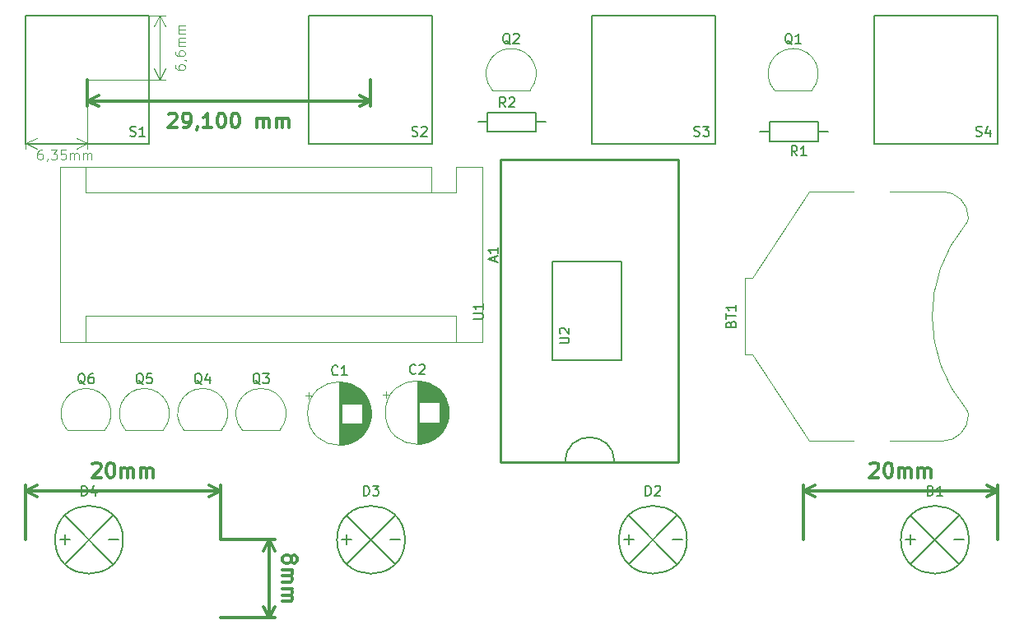
<source format=gto>
G04 #@! TF.GenerationSoftware,KiCad,Pcbnew,5.0.2-bee76a0~70~ubuntu18.04.1*
G04 #@! TF.CreationDate,2019-01-27T14:50:32+01:00*
G04 #@! TF.ProjectId,magic-switchboard,6d616769-632d-4737-9769-746368626f61,v3*
G04 #@! TF.SameCoordinates,Original*
G04 #@! TF.FileFunction,Legend,Top*
G04 #@! TF.FilePolarity,Positive*
%FSLAX46Y46*%
G04 Gerber Fmt 4.6, Leading zero omitted, Abs format (unit mm)*
G04 Created by KiCad (PCBNEW 5.0.2-bee76a0~70~ubuntu18.04.1) date So 27 Jan 2019 14:50:32 CET*
%MOMM*%
%LPD*%
G01*
G04 APERTURE LIST*
%ADD10C,0.300000*%
%ADD11C,0.100000*%
%ADD12C,0.120000*%
%ADD13C,0.127000*%
%ADD14C,0.254000*%
%ADD15C,0.150000*%
G04 APERTURE END LIST*
D10*
X104685714Y-90221428D02*
X104757142Y-90150000D01*
X104900000Y-90078571D01*
X105257142Y-90078571D01*
X105400000Y-90150000D01*
X105471428Y-90221428D01*
X105542857Y-90364285D01*
X105542857Y-90507142D01*
X105471428Y-90721428D01*
X104614285Y-91578571D01*
X105542857Y-91578571D01*
X106257142Y-91578571D02*
X106542857Y-91578571D01*
X106685714Y-91507142D01*
X106757142Y-91435714D01*
X106900000Y-91221428D01*
X106971428Y-90935714D01*
X106971428Y-90364285D01*
X106900000Y-90221428D01*
X106828571Y-90150000D01*
X106685714Y-90078571D01*
X106400000Y-90078571D01*
X106257142Y-90150000D01*
X106185714Y-90221428D01*
X106114285Y-90364285D01*
X106114285Y-90721428D01*
X106185714Y-90864285D01*
X106257142Y-90935714D01*
X106400000Y-91007142D01*
X106685714Y-91007142D01*
X106828571Y-90935714D01*
X106900000Y-90864285D01*
X106971428Y-90721428D01*
X107685714Y-91507142D02*
X107685714Y-91578571D01*
X107614285Y-91721428D01*
X107542857Y-91792857D01*
X109114285Y-91578571D02*
X108257142Y-91578571D01*
X108685714Y-91578571D02*
X108685714Y-90078571D01*
X108542857Y-90292857D01*
X108400000Y-90435714D01*
X108257142Y-90507142D01*
X110042857Y-90078571D02*
X110185714Y-90078571D01*
X110328571Y-90150000D01*
X110400000Y-90221428D01*
X110471428Y-90364285D01*
X110542857Y-90650000D01*
X110542857Y-91007142D01*
X110471428Y-91292857D01*
X110400000Y-91435714D01*
X110328571Y-91507142D01*
X110185714Y-91578571D01*
X110042857Y-91578571D01*
X109900000Y-91507142D01*
X109828571Y-91435714D01*
X109757142Y-91292857D01*
X109685714Y-91007142D01*
X109685714Y-90650000D01*
X109757142Y-90364285D01*
X109828571Y-90221428D01*
X109900000Y-90150000D01*
X110042857Y-90078571D01*
X111471428Y-90078571D02*
X111614285Y-90078571D01*
X111757142Y-90150000D01*
X111828571Y-90221428D01*
X111900000Y-90364285D01*
X111971428Y-90650000D01*
X111971428Y-91007142D01*
X111900000Y-91292857D01*
X111828571Y-91435714D01*
X111757142Y-91507142D01*
X111614285Y-91578571D01*
X111471428Y-91578571D01*
X111328571Y-91507142D01*
X111257142Y-91435714D01*
X111185714Y-91292857D01*
X111114285Y-91007142D01*
X111114285Y-90650000D01*
X111185714Y-90364285D01*
X111257142Y-90221428D01*
X111328571Y-90150000D01*
X111471428Y-90078571D01*
X113757142Y-91578571D02*
X113757142Y-90578571D01*
X113757142Y-90721428D02*
X113828571Y-90650000D01*
X113971428Y-90578571D01*
X114185714Y-90578571D01*
X114328571Y-90650000D01*
X114400000Y-90792857D01*
X114400000Y-91578571D01*
X114400000Y-90792857D02*
X114471428Y-90650000D01*
X114614285Y-90578571D01*
X114828571Y-90578571D01*
X114971428Y-90650000D01*
X115042857Y-90792857D01*
X115042857Y-91578571D01*
X115757142Y-91578571D02*
X115757142Y-90578571D01*
X115757142Y-90721428D02*
X115828571Y-90650000D01*
X115971428Y-90578571D01*
X116185714Y-90578571D01*
X116328571Y-90650000D01*
X116400000Y-90792857D01*
X116400000Y-91578571D01*
X116400000Y-90792857D02*
X116471428Y-90650000D01*
X116614285Y-90578571D01*
X116828571Y-90578571D01*
X116971428Y-90650000D01*
X117042857Y-90792857D01*
X117042857Y-91578571D01*
X96350000Y-88800000D02*
X125450000Y-88800000D01*
X96350000Y-86600000D02*
X96350000Y-89386421D01*
X125450000Y-86600000D02*
X125450000Y-89386421D01*
X125450000Y-88800000D02*
X124323496Y-89386421D01*
X125450000Y-88800000D02*
X124323496Y-88213579D01*
X96350000Y-88800000D02*
X97476504Y-89386421D01*
X96350000Y-88800000D02*
X97476504Y-88213579D01*
D11*
X105352380Y-85157142D02*
X105352380Y-85347619D01*
X105400000Y-85442857D01*
X105447619Y-85490476D01*
X105590476Y-85585714D01*
X105780952Y-85633333D01*
X106161904Y-85633333D01*
X106257142Y-85585714D01*
X106304761Y-85538095D01*
X106352380Y-85442857D01*
X106352380Y-85252380D01*
X106304761Y-85157142D01*
X106257142Y-85109523D01*
X106161904Y-85061904D01*
X105923809Y-85061904D01*
X105828571Y-85109523D01*
X105780952Y-85157142D01*
X105733333Y-85252380D01*
X105733333Y-85442857D01*
X105780952Y-85538095D01*
X105828571Y-85585714D01*
X105923809Y-85633333D01*
X106304761Y-84585714D02*
X106352380Y-84585714D01*
X106447619Y-84633333D01*
X106495238Y-84680952D01*
X105352380Y-83728571D02*
X105352380Y-83919047D01*
X105400000Y-84014285D01*
X105447619Y-84061904D01*
X105590476Y-84157142D01*
X105780952Y-84204761D01*
X106161904Y-84204761D01*
X106257142Y-84157142D01*
X106304761Y-84109523D01*
X106352380Y-84014285D01*
X106352380Y-83823809D01*
X106304761Y-83728571D01*
X106257142Y-83680952D01*
X106161904Y-83633333D01*
X105923809Y-83633333D01*
X105828571Y-83680952D01*
X105780952Y-83728571D01*
X105733333Y-83823809D01*
X105733333Y-84014285D01*
X105780952Y-84109523D01*
X105828571Y-84157142D01*
X105923809Y-84204761D01*
X106352380Y-83204761D02*
X105685714Y-83204761D01*
X105780952Y-83204761D02*
X105733333Y-83157142D01*
X105685714Y-83061904D01*
X105685714Y-82919047D01*
X105733333Y-82823809D01*
X105828571Y-82776190D01*
X106352380Y-82776190D01*
X105828571Y-82776190D02*
X105733333Y-82728571D01*
X105685714Y-82633333D01*
X105685714Y-82490476D01*
X105733333Y-82395238D01*
X105828571Y-82347619D01*
X106352380Y-82347619D01*
X106352380Y-81871428D02*
X105685714Y-81871428D01*
X105780952Y-81871428D02*
X105733333Y-81823809D01*
X105685714Y-81728571D01*
X105685714Y-81585714D01*
X105733333Y-81490476D01*
X105828571Y-81442857D01*
X106352380Y-81442857D01*
X105828571Y-81442857D02*
X105733333Y-81395238D01*
X105685714Y-81300000D01*
X105685714Y-81157142D01*
X105733333Y-81061904D01*
X105828571Y-81014285D01*
X106352380Y-81014285D01*
X103800000Y-86600000D02*
X103800000Y-80000000D01*
X96350000Y-86600000D02*
X104386421Y-86600000D01*
X96350000Y-80000000D02*
X104386421Y-80000000D01*
X103800000Y-80000000D02*
X104386421Y-81126504D01*
X103800000Y-80000000D02*
X103213579Y-81126504D01*
X103800000Y-86600000D02*
X104386421Y-85473496D01*
X103800000Y-86600000D02*
X103213579Y-85473496D01*
X91666666Y-93852380D02*
X91476190Y-93852380D01*
X91380952Y-93900000D01*
X91333333Y-93947619D01*
X91238095Y-94090476D01*
X91190476Y-94280952D01*
X91190476Y-94661904D01*
X91238095Y-94757142D01*
X91285714Y-94804761D01*
X91380952Y-94852380D01*
X91571428Y-94852380D01*
X91666666Y-94804761D01*
X91714285Y-94757142D01*
X91761904Y-94661904D01*
X91761904Y-94423809D01*
X91714285Y-94328571D01*
X91666666Y-94280952D01*
X91571428Y-94233333D01*
X91380952Y-94233333D01*
X91285714Y-94280952D01*
X91238095Y-94328571D01*
X91190476Y-94423809D01*
X92238095Y-94804761D02*
X92238095Y-94852380D01*
X92190476Y-94947619D01*
X92142857Y-94995238D01*
X92571428Y-93852380D02*
X93190476Y-93852380D01*
X92857142Y-94233333D01*
X93000000Y-94233333D01*
X93095238Y-94280952D01*
X93142857Y-94328571D01*
X93190476Y-94423809D01*
X93190476Y-94661904D01*
X93142857Y-94757142D01*
X93095238Y-94804761D01*
X93000000Y-94852380D01*
X92714285Y-94852380D01*
X92619047Y-94804761D01*
X92571428Y-94757142D01*
X94095238Y-93852380D02*
X93619047Y-93852380D01*
X93571428Y-94328571D01*
X93619047Y-94280952D01*
X93714285Y-94233333D01*
X93952380Y-94233333D01*
X94047619Y-94280952D01*
X94095238Y-94328571D01*
X94142857Y-94423809D01*
X94142857Y-94661904D01*
X94095238Y-94757142D01*
X94047619Y-94804761D01*
X93952380Y-94852380D01*
X93714285Y-94852380D01*
X93619047Y-94804761D01*
X93571428Y-94757142D01*
X94571428Y-94852380D02*
X94571428Y-94185714D01*
X94571428Y-94280952D02*
X94619047Y-94233333D01*
X94714285Y-94185714D01*
X94857142Y-94185714D01*
X94952380Y-94233333D01*
X95000000Y-94328571D01*
X95000000Y-94852380D01*
X95000000Y-94328571D02*
X95047619Y-94233333D01*
X95142857Y-94185714D01*
X95285714Y-94185714D01*
X95380952Y-94233333D01*
X95428571Y-94328571D01*
X95428571Y-94852380D01*
X95904761Y-94852380D02*
X95904761Y-94185714D01*
X95904761Y-94280952D02*
X95952380Y-94233333D01*
X96047619Y-94185714D01*
X96190476Y-94185714D01*
X96285714Y-94233333D01*
X96333333Y-94328571D01*
X96333333Y-94852380D01*
X96333333Y-94328571D02*
X96380952Y-94233333D01*
X96476190Y-94185714D01*
X96619047Y-94185714D01*
X96714285Y-94233333D01*
X96761904Y-94328571D01*
X96761904Y-94852380D01*
X96350000Y-93200000D02*
X90000000Y-93200000D01*
X96350000Y-86600000D02*
X96350000Y-93786421D01*
X90000000Y-86600000D02*
X90000000Y-93786421D01*
X90000000Y-93200000D02*
X91126504Y-92613579D01*
X90000000Y-93200000D02*
X91126504Y-93786421D01*
X96350000Y-93200000D02*
X95223496Y-92613579D01*
X96350000Y-93200000D02*
X95223496Y-93786421D01*
D10*
X117278571Y-135857142D02*
X117350000Y-135714285D01*
X117421428Y-135642857D01*
X117564285Y-135571428D01*
X117635714Y-135571428D01*
X117778571Y-135642857D01*
X117850000Y-135714285D01*
X117921428Y-135857142D01*
X117921428Y-136142857D01*
X117850000Y-136285714D01*
X117778571Y-136357142D01*
X117635714Y-136428571D01*
X117564285Y-136428571D01*
X117421428Y-136357142D01*
X117350000Y-136285714D01*
X117278571Y-136142857D01*
X117278571Y-135857142D01*
X117207142Y-135714285D01*
X117135714Y-135642857D01*
X116992857Y-135571428D01*
X116707142Y-135571428D01*
X116564285Y-135642857D01*
X116492857Y-135714285D01*
X116421428Y-135857142D01*
X116421428Y-136142857D01*
X116492857Y-136285714D01*
X116564285Y-136357142D01*
X116707142Y-136428571D01*
X116992857Y-136428571D01*
X117135714Y-136357142D01*
X117207142Y-136285714D01*
X117278571Y-136142857D01*
X116421428Y-137071428D02*
X117421428Y-137071428D01*
X117278571Y-137071428D02*
X117350000Y-137142857D01*
X117421428Y-137285714D01*
X117421428Y-137500000D01*
X117350000Y-137642857D01*
X117207142Y-137714285D01*
X116421428Y-137714285D01*
X117207142Y-137714285D02*
X117350000Y-137785714D01*
X117421428Y-137928571D01*
X117421428Y-138142857D01*
X117350000Y-138285714D01*
X117207142Y-138357142D01*
X116421428Y-138357142D01*
X116421428Y-139071428D02*
X117421428Y-139071428D01*
X117278571Y-139071428D02*
X117350000Y-139142857D01*
X117421428Y-139285714D01*
X117421428Y-139500000D01*
X117350000Y-139642857D01*
X117207142Y-139714285D01*
X116421428Y-139714285D01*
X117207142Y-139714285D02*
X117350000Y-139785714D01*
X117421428Y-139928571D01*
X117421428Y-140142857D01*
X117350000Y-140285714D01*
X117207142Y-140357142D01*
X116421428Y-140357142D01*
X115000000Y-134000000D02*
X115000000Y-142000000D01*
X110000000Y-134000000D02*
X115586421Y-134000000D01*
X110000000Y-142000000D02*
X115586421Y-142000000D01*
X115000000Y-142000000D02*
X114413579Y-140873496D01*
X115000000Y-142000000D02*
X115586421Y-140873496D01*
X115000000Y-134000000D02*
X114413579Y-135126504D01*
X115000000Y-134000000D02*
X115586421Y-135126504D01*
X96857142Y-126221428D02*
X96928571Y-126150000D01*
X97071428Y-126078571D01*
X97428571Y-126078571D01*
X97571428Y-126150000D01*
X97642857Y-126221428D01*
X97714285Y-126364285D01*
X97714285Y-126507142D01*
X97642857Y-126721428D01*
X96785714Y-127578571D01*
X97714285Y-127578571D01*
X98642857Y-126078571D02*
X98785714Y-126078571D01*
X98928571Y-126150000D01*
X99000000Y-126221428D01*
X99071428Y-126364285D01*
X99142857Y-126650000D01*
X99142857Y-127007142D01*
X99071428Y-127292857D01*
X99000000Y-127435714D01*
X98928571Y-127507142D01*
X98785714Y-127578571D01*
X98642857Y-127578571D01*
X98500000Y-127507142D01*
X98428571Y-127435714D01*
X98357142Y-127292857D01*
X98285714Y-127007142D01*
X98285714Y-126650000D01*
X98357142Y-126364285D01*
X98428571Y-126221428D01*
X98500000Y-126150000D01*
X98642857Y-126078571D01*
X99785714Y-127578571D02*
X99785714Y-126578571D01*
X99785714Y-126721428D02*
X99857142Y-126650000D01*
X100000000Y-126578571D01*
X100214285Y-126578571D01*
X100357142Y-126650000D01*
X100428571Y-126792857D01*
X100428571Y-127578571D01*
X100428571Y-126792857D02*
X100500000Y-126650000D01*
X100642857Y-126578571D01*
X100857142Y-126578571D01*
X101000000Y-126650000D01*
X101071428Y-126792857D01*
X101071428Y-127578571D01*
X101785714Y-127578571D02*
X101785714Y-126578571D01*
X101785714Y-126721428D02*
X101857142Y-126650000D01*
X102000000Y-126578571D01*
X102214285Y-126578571D01*
X102357142Y-126650000D01*
X102428571Y-126792857D01*
X102428571Y-127578571D01*
X102428571Y-126792857D02*
X102500000Y-126650000D01*
X102642857Y-126578571D01*
X102857142Y-126578571D01*
X103000000Y-126650000D01*
X103071428Y-126792857D01*
X103071428Y-127578571D01*
X110000000Y-129000000D02*
X90000000Y-129000000D01*
X110000000Y-134000000D02*
X110000000Y-128413579D01*
X90000000Y-134000000D02*
X90000000Y-128413579D01*
X90000000Y-129000000D02*
X91126504Y-128413579D01*
X90000000Y-129000000D02*
X91126504Y-129586421D01*
X110000000Y-129000000D02*
X108873496Y-128413579D01*
X110000000Y-129000000D02*
X108873496Y-129586421D01*
X176857142Y-126221428D02*
X176928571Y-126150000D01*
X177071428Y-126078571D01*
X177428571Y-126078571D01*
X177571428Y-126150000D01*
X177642857Y-126221428D01*
X177714285Y-126364285D01*
X177714285Y-126507142D01*
X177642857Y-126721428D01*
X176785714Y-127578571D01*
X177714285Y-127578571D01*
X178642857Y-126078571D02*
X178785714Y-126078571D01*
X178928571Y-126150000D01*
X179000000Y-126221428D01*
X179071428Y-126364285D01*
X179142857Y-126650000D01*
X179142857Y-127007142D01*
X179071428Y-127292857D01*
X179000000Y-127435714D01*
X178928571Y-127507142D01*
X178785714Y-127578571D01*
X178642857Y-127578571D01*
X178500000Y-127507142D01*
X178428571Y-127435714D01*
X178357142Y-127292857D01*
X178285714Y-127007142D01*
X178285714Y-126650000D01*
X178357142Y-126364285D01*
X178428571Y-126221428D01*
X178500000Y-126150000D01*
X178642857Y-126078571D01*
X179785714Y-127578571D02*
X179785714Y-126578571D01*
X179785714Y-126721428D02*
X179857142Y-126650000D01*
X180000000Y-126578571D01*
X180214285Y-126578571D01*
X180357142Y-126650000D01*
X180428571Y-126792857D01*
X180428571Y-127578571D01*
X180428571Y-126792857D02*
X180500000Y-126650000D01*
X180642857Y-126578571D01*
X180857142Y-126578571D01*
X181000000Y-126650000D01*
X181071428Y-126792857D01*
X181071428Y-127578571D01*
X181785714Y-127578571D02*
X181785714Y-126578571D01*
X181785714Y-126721428D02*
X181857142Y-126650000D01*
X182000000Y-126578571D01*
X182214285Y-126578571D01*
X182357142Y-126650000D01*
X182428571Y-126792857D01*
X182428571Y-127578571D01*
X182428571Y-126792857D02*
X182500000Y-126650000D01*
X182642857Y-126578571D01*
X182857142Y-126578571D01*
X183000000Y-126650000D01*
X183071428Y-126792857D01*
X183071428Y-127578571D01*
X170000000Y-129000000D02*
X190000000Y-129000000D01*
X170000000Y-134000000D02*
X170000000Y-128413579D01*
X190000000Y-134000000D02*
X190000000Y-128413579D01*
X190000000Y-129000000D02*
X188873496Y-129586421D01*
X190000000Y-129000000D02*
X188873496Y-128413579D01*
X170000000Y-129000000D02*
X171126504Y-129586421D01*
X170000000Y-129000000D02*
X171126504Y-128413579D01*
D12*
G04 #@! TO.C,BT1*
X164750000Y-114950000D02*
X170600000Y-123850000D01*
X163950000Y-114950000D02*
X164750000Y-114950000D01*
X163950000Y-114950000D02*
X163950000Y-107050000D01*
X163950000Y-107050000D02*
X164750000Y-107050000D01*
X164750000Y-107050000D02*
X170600000Y-98150000D01*
X170600000Y-123850000D02*
X175100000Y-123850000D01*
X170600000Y-98150000D02*
X175100000Y-98150000D01*
X178900000Y-123850000D02*
X184300000Y-123850000D01*
X178900000Y-98150000D02*
X184300000Y-98150000D01*
X184250000Y-98150000D02*
G75*
G02X186950000Y-100850000I0J-2700000D01*
G01*
X184250000Y-123850000D02*
G75*
G03X186950000Y-121150000I0J2700000D01*
G01*
X186671751Y-120478249D02*
G75*
G02X186950000Y-121150000I-671751J-671751D01*
G01*
X186671751Y-101521751D02*
G75*
G03X186950000Y-100850000I-671751J671751D01*
G01*
X186638071Y-101559556D02*
G75*
G03X186730000Y-120550000I11361929J-9440444D01*
G01*
D13*
G04 #@! TO.C,U1*
X145460000Y-125994000D02*
G75*
G02X150540000Y-125994000I2540000J0D01*
G01*
D14*
X157144000Y-94879000D02*
X138856000Y-94879000D01*
X157144000Y-125994000D02*
X138856000Y-125994000D01*
X157144000Y-94879000D02*
X157144000Y-125994000D01*
X138856000Y-94879000D02*
X138856000Y-125994000D01*
D13*
G04 #@! TO.C,D1*
X186500000Y-134000000D02*
X185500000Y-134000000D01*
X180500000Y-134000000D02*
X181500000Y-134000000D01*
X181000000Y-133500000D02*
X181000000Y-134500000D01*
X185974874Y-136474874D02*
X181025126Y-131525126D01*
X185974874Y-131525126D02*
X181025126Y-136474874D01*
X187000000Y-134000000D02*
G75*
G03X187000000Y-134000000I-3500000J0D01*
G01*
G04 #@! TO.C,D2*
X157500000Y-134000000D02*
X156500000Y-134000000D01*
X151500000Y-134000000D02*
X152500000Y-134000000D01*
X152000000Y-133500000D02*
X152000000Y-134500000D01*
X156974874Y-136474874D02*
X152025126Y-131525126D01*
X156974874Y-131525126D02*
X152025126Y-136474874D01*
X158000000Y-134000000D02*
G75*
G03X158000000Y-134000000I-3500000J0D01*
G01*
G04 #@! TO.C,D3*
X128500000Y-134000000D02*
X127500000Y-134000000D01*
X122500000Y-134000000D02*
X123500000Y-134000000D01*
X123000000Y-133500000D02*
X123000000Y-134500000D01*
X127974874Y-136474874D02*
X123025126Y-131525126D01*
X127974874Y-131525126D02*
X123025126Y-136474874D01*
X129000000Y-134000000D02*
G75*
G03X129000000Y-134000000I-3500000J0D01*
G01*
G04 #@! TO.C,D4*
X99500000Y-134000000D02*
X98500000Y-134000000D01*
X93500000Y-134000000D02*
X94500000Y-134000000D01*
X94000000Y-133500000D02*
X94000000Y-134500000D01*
X98974874Y-136474874D02*
X94025126Y-131525126D01*
X98974874Y-131525126D02*
X94025126Y-136474874D01*
X100000000Y-134000000D02*
G75*
G03X100000000Y-134000000I-3500000J0D01*
G01*
D12*
G04 #@! TO.C,A1*
X136940000Y-113640000D02*
X136940000Y-95600000D01*
X93500000Y-113640000D02*
X136940000Y-113640000D01*
X93500000Y-95600000D02*
X93500000Y-113640000D01*
X96170000Y-98270000D02*
X96170000Y-95600000D01*
X131730000Y-98270000D02*
X96170000Y-98270000D01*
X131730000Y-98270000D02*
X131730000Y-95600000D01*
X96170000Y-110970000D02*
X96170000Y-113640000D01*
X134270000Y-110970000D02*
X96170000Y-110970000D01*
X134270000Y-110970000D02*
X134270000Y-113640000D01*
X136940000Y-95600000D02*
X134270000Y-95600000D01*
X131730000Y-95600000D02*
X93500000Y-95600000D01*
X134270000Y-98270000D02*
X134270000Y-95600000D01*
X131730000Y-98270000D02*
X134270000Y-98270000D01*
G04 #@! TO.C,C1*
X119064759Y-118846000D02*
X119064759Y-119476000D01*
X118749759Y-119161000D02*
X119379759Y-119161000D01*
X125491000Y-120598000D02*
X125491000Y-121402000D01*
X125451000Y-120367000D02*
X125451000Y-121633000D01*
X125411000Y-120198000D02*
X125411000Y-121802000D01*
X125371000Y-120060000D02*
X125371000Y-121940000D01*
X125331000Y-119941000D02*
X125331000Y-122059000D01*
X125291000Y-119835000D02*
X125291000Y-122165000D01*
X125251000Y-119738000D02*
X125251000Y-122262000D01*
X125211000Y-119650000D02*
X125211000Y-122350000D01*
X125171000Y-119568000D02*
X125171000Y-122432000D01*
X125131000Y-119491000D02*
X125131000Y-122509000D01*
X125091000Y-119419000D02*
X125091000Y-122581000D01*
X125051000Y-119350000D02*
X125051000Y-122650000D01*
X125011000Y-119286000D02*
X125011000Y-122714000D01*
X124971000Y-119224000D02*
X124971000Y-122776000D01*
X124931000Y-119166000D02*
X124931000Y-122834000D01*
X124891000Y-119110000D02*
X124891000Y-122890000D01*
X124851000Y-119056000D02*
X124851000Y-122944000D01*
X124811000Y-119005000D02*
X124811000Y-122995000D01*
X124771000Y-118956000D02*
X124771000Y-123044000D01*
X124731000Y-118908000D02*
X124731000Y-123092000D01*
X124691000Y-118863000D02*
X124691000Y-123137000D01*
X124651000Y-118818000D02*
X124651000Y-123182000D01*
X124611000Y-118776000D02*
X124611000Y-123224000D01*
X124571000Y-118735000D02*
X124571000Y-123265000D01*
X124531000Y-122040000D02*
X124531000Y-123305000D01*
X124531000Y-118695000D02*
X124531000Y-119960000D01*
X124491000Y-122040000D02*
X124491000Y-123343000D01*
X124491000Y-118657000D02*
X124491000Y-119960000D01*
X124451000Y-122040000D02*
X124451000Y-123380000D01*
X124451000Y-118620000D02*
X124451000Y-119960000D01*
X124411000Y-122040000D02*
X124411000Y-123416000D01*
X124411000Y-118584000D02*
X124411000Y-119960000D01*
X124371000Y-122040000D02*
X124371000Y-123450000D01*
X124371000Y-118550000D02*
X124371000Y-119960000D01*
X124331000Y-122040000D02*
X124331000Y-123484000D01*
X124331000Y-118516000D02*
X124331000Y-119960000D01*
X124291000Y-122040000D02*
X124291000Y-123516000D01*
X124291000Y-118484000D02*
X124291000Y-119960000D01*
X124251000Y-122040000D02*
X124251000Y-123548000D01*
X124251000Y-118452000D02*
X124251000Y-119960000D01*
X124211000Y-122040000D02*
X124211000Y-123578000D01*
X124211000Y-118422000D02*
X124211000Y-119960000D01*
X124171000Y-122040000D02*
X124171000Y-123607000D01*
X124171000Y-118393000D02*
X124171000Y-119960000D01*
X124131000Y-122040000D02*
X124131000Y-123636000D01*
X124131000Y-118364000D02*
X124131000Y-119960000D01*
X124091000Y-122040000D02*
X124091000Y-123664000D01*
X124091000Y-118336000D02*
X124091000Y-119960000D01*
X124051000Y-122040000D02*
X124051000Y-123690000D01*
X124051000Y-118310000D02*
X124051000Y-119960000D01*
X124011000Y-122040000D02*
X124011000Y-123716000D01*
X124011000Y-118284000D02*
X124011000Y-119960000D01*
X123971000Y-122040000D02*
X123971000Y-123742000D01*
X123971000Y-118258000D02*
X123971000Y-119960000D01*
X123931000Y-122040000D02*
X123931000Y-123766000D01*
X123931000Y-118234000D02*
X123931000Y-119960000D01*
X123891000Y-122040000D02*
X123891000Y-123790000D01*
X123891000Y-118210000D02*
X123891000Y-119960000D01*
X123851000Y-122040000D02*
X123851000Y-123812000D01*
X123851000Y-118188000D02*
X123851000Y-119960000D01*
X123811000Y-122040000D02*
X123811000Y-123834000D01*
X123811000Y-118166000D02*
X123811000Y-119960000D01*
X123771000Y-122040000D02*
X123771000Y-123856000D01*
X123771000Y-118144000D02*
X123771000Y-119960000D01*
X123731000Y-122040000D02*
X123731000Y-123876000D01*
X123731000Y-118124000D02*
X123731000Y-119960000D01*
X123691000Y-122040000D02*
X123691000Y-123896000D01*
X123691000Y-118104000D02*
X123691000Y-119960000D01*
X123651000Y-122040000D02*
X123651000Y-123916000D01*
X123651000Y-118084000D02*
X123651000Y-119960000D01*
X123611000Y-122040000D02*
X123611000Y-123934000D01*
X123611000Y-118066000D02*
X123611000Y-119960000D01*
X123571000Y-122040000D02*
X123571000Y-123952000D01*
X123571000Y-118048000D02*
X123571000Y-119960000D01*
X123531000Y-122040000D02*
X123531000Y-123970000D01*
X123531000Y-118030000D02*
X123531000Y-119960000D01*
X123491000Y-122040000D02*
X123491000Y-123986000D01*
X123491000Y-118014000D02*
X123491000Y-119960000D01*
X123451000Y-122040000D02*
X123451000Y-124002000D01*
X123451000Y-117998000D02*
X123451000Y-119960000D01*
X123411000Y-122040000D02*
X123411000Y-124018000D01*
X123411000Y-117982000D02*
X123411000Y-119960000D01*
X123371000Y-122040000D02*
X123371000Y-124033000D01*
X123371000Y-117967000D02*
X123371000Y-119960000D01*
X123331000Y-122040000D02*
X123331000Y-124047000D01*
X123331000Y-117953000D02*
X123331000Y-119960000D01*
X123291000Y-122040000D02*
X123291000Y-124061000D01*
X123291000Y-117939000D02*
X123291000Y-119960000D01*
X123251000Y-122040000D02*
X123251000Y-124074000D01*
X123251000Y-117926000D02*
X123251000Y-119960000D01*
X123211000Y-122040000D02*
X123211000Y-124086000D01*
X123211000Y-117914000D02*
X123211000Y-119960000D01*
X123171000Y-122040000D02*
X123171000Y-124098000D01*
X123171000Y-117902000D02*
X123171000Y-119960000D01*
X123131000Y-122040000D02*
X123131000Y-124110000D01*
X123131000Y-117890000D02*
X123131000Y-119960000D01*
X123091000Y-122040000D02*
X123091000Y-124121000D01*
X123091000Y-117879000D02*
X123091000Y-119960000D01*
X123051000Y-122040000D02*
X123051000Y-124131000D01*
X123051000Y-117869000D02*
X123051000Y-119960000D01*
X123011000Y-122040000D02*
X123011000Y-124141000D01*
X123011000Y-117859000D02*
X123011000Y-119960000D01*
X122971000Y-122040000D02*
X122971000Y-124150000D01*
X122971000Y-117850000D02*
X122971000Y-119960000D01*
X122930000Y-122040000D02*
X122930000Y-124159000D01*
X122930000Y-117841000D02*
X122930000Y-119960000D01*
X122890000Y-122040000D02*
X122890000Y-124167000D01*
X122890000Y-117833000D02*
X122890000Y-119960000D01*
X122850000Y-122040000D02*
X122850000Y-124175000D01*
X122850000Y-117825000D02*
X122850000Y-119960000D01*
X122810000Y-122040000D02*
X122810000Y-124182000D01*
X122810000Y-117818000D02*
X122810000Y-119960000D01*
X122770000Y-122040000D02*
X122770000Y-124189000D01*
X122770000Y-117811000D02*
X122770000Y-119960000D01*
X122730000Y-122040000D02*
X122730000Y-124195000D01*
X122730000Y-117805000D02*
X122730000Y-119960000D01*
X122690000Y-122040000D02*
X122690000Y-124201000D01*
X122690000Y-117799000D02*
X122690000Y-119960000D01*
X122650000Y-122040000D02*
X122650000Y-124206000D01*
X122650000Y-117794000D02*
X122650000Y-119960000D01*
X122610000Y-122040000D02*
X122610000Y-124211000D01*
X122610000Y-117789000D02*
X122610000Y-119960000D01*
X122570000Y-122040000D02*
X122570000Y-124215000D01*
X122570000Y-117785000D02*
X122570000Y-119960000D01*
X122530000Y-122040000D02*
X122530000Y-124218000D01*
X122530000Y-117782000D02*
X122530000Y-119960000D01*
X122490000Y-122040000D02*
X122490000Y-124222000D01*
X122490000Y-117778000D02*
X122490000Y-119960000D01*
X122450000Y-117776000D02*
X122450000Y-124224000D01*
X122410000Y-117773000D02*
X122410000Y-124227000D01*
X122370000Y-117772000D02*
X122370000Y-124228000D01*
X122330000Y-117770000D02*
X122330000Y-124230000D01*
X122290000Y-117770000D02*
X122290000Y-124230000D01*
X122250000Y-117770000D02*
X122250000Y-124230000D01*
X125520000Y-121000000D02*
G75*
G03X125520000Y-121000000I-3270000J0D01*
G01*
G04 #@! TO.C,C2*
X127064759Y-118746000D02*
X127064759Y-119376000D01*
X126749759Y-119061000D02*
X127379759Y-119061000D01*
X133491000Y-120498000D02*
X133491000Y-121302000D01*
X133451000Y-120267000D02*
X133451000Y-121533000D01*
X133411000Y-120098000D02*
X133411000Y-121702000D01*
X133371000Y-119960000D02*
X133371000Y-121840000D01*
X133331000Y-119841000D02*
X133331000Y-121959000D01*
X133291000Y-119735000D02*
X133291000Y-122065000D01*
X133251000Y-119638000D02*
X133251000Y-122162000D01*
X133211000Y-119550000D02*
X133211000Y-122250000D01*
X133171000Y-119468000D02*
X133171000Y-122332000D01*
X133131000Y-119391000D02*
X133131000Y-122409000D01*
X133091000Y-119319000D02*
X133091000Y-122481000D01*
X133051000Y-119250000D02*
X133051000Y-122550000D01*
X133011000Y-119186000D02*
X133011000Y-122614000D01*
X132971000Y-119124000D02*
X132971000Y-122676000D01*
X132931000Y-119066000D02*
X132931000Y-122734000D01*
X132891000Y-119010000D02*
X132891000Y-122790000D01*
X132851000Y-118956000D02*
X132851000Y-122844000D01*
X132811000Y-118905000D02*
X132811000Y-122895000D01*
X132771000Y-118856000D02*
X132771000Y-122944000D01*
X132731000Y-118808000D02*
X132731000Y-122992000D01*
X132691000Y-118763000D02*
X132691000Y-123037000D01*
X132651000Y-118718000D02*
X132651000Y-123082000D01*
X132611000Y-118676000D02*
X132611000Y-123124000D01*
X132571000Y-118635000D02*
X132571000Y-123165000D01*
X132531000Y-121940000D02*
X132531000Y-123205000D01*
X132531000Y-118595000D02*
X132531000Y-119860000D01*
X132491000Y-121940000D02*
X132491000Y-123243000D01*
X132491000Y-118557000D02*
X132491000Y-119860000D01*
X132451000Y-121940000D02*
X132451000Y-123280000D01*
X132451000Y-118520000D02*
X132451000Y-119860000D01*
X132411000Y-121940000D02*
X132411000Y-123316000D01*
X132411000Y-118484000D02*
X132411000Y-119860000D01*
X132371000Y-121940000D02*
X132371000Y-123350000D01*
X132371000Y-118450000D02*
X132371000Y-119860000D01*
X132331000Y-121940000D02*
X132331000Y-123384000D01*
X132331000Y-118416000D02*
X132331000Y-119860000D01*
X132291000Y-121940000D02*
X132291000Y-123416000D01*
X132291000Y-118384000D02*
X132291000Y-119860000D01*
X132251000Y-121940000D02*
X132251000Y-123448000D01*
X132251000Y-118352000D02*
X132251000Y-119860000D01*
X132211000Y-121940000D02*
X132211000Y-123478000D01*
X132211000Y-118322000D02*
X132211000Y-119860000D01*
X132171000Y-121940000D02*
X132171000Y-123507000D01*
X132171000Y-118293000D02*
X132171000Y-119860000D01*
X132131000Y-121940000D02*
X132131000Y-123536000D01*
X132131000Y-118264000D02*
X132131000Y-119860000D01*
X132091000Y-121940000D02*
X132091000Y-123564000D01*
X132091000Y-118236000D02*
X132091000Y-119860000D01*
X132051000Y-121940000D02*
X132051000Y-123590000D01*
X132051000Y-118210000D02*
X132051000Y-119860000D01*
X132011000Y-121940000D02*
X132011000Y-123616000D01*
X132011000Y-118184000D02*
X132011000Y-119860000D01*
X131971000Y-121940000D02*
X131971000Y-123642000D01*
X131971000Y-118158000D02*
X131971000Y-119860000D01*
X131931000Y-121940000D02*
X131931000Y-123666000D01*
X131931000Y-118134000D02*
X131931000Y-119860000D01*
X131891000Y-121940000D02*
X131891000Y-123690000D01*
X131891000Y-118110000D02*
X131891000Y-119860000D01*
X131851000Y-121940000D02*
X131851000Y-123712000D01*
X131851000Y-118088000D02*
X131851000Y-119860000D01*
X131811000Y-121940000D02*
X131811000Y-123734000D01*
X131811000Y-118066000D02*
X131811000Y-119860000D01*
X131771000Y-121940000D02*
X131771000Y-123756000D01*
X131771000Y-118044000D02*
X131771000Y-119860000D01*
X131731000Y-121940000D02*
X131731000Y-123776000D01*
X131731000Y-118024000D02*
X131731000Y-119860000D01*
X131691000Y-121940000D02*
X131691000Y-123796000D01*
X131691000Y-118004000D02*
X131691000Y-119860000D01*
X131651000Y-121940000D02*
X131651000Y-123816000D01*
X131651000Y-117984000D02*
X131651000Y-119860000D01*
X131611000Y-121940000D02*
X131611000Y-123834000D01*
X131611000Y-117966000D02*
X131611000Y-119860000D01*
X131571000Y-121940000D02*
X131571000Y-123852000D01*
X131571000Y-117948000D02*
X131571000Y-119860000D01*
X131531000Y-121940000D02*
X131531000Y-123870000D01*
X131531000Y-117930000D02*
X131531000Y-119860000D01*
X131491000Y-121940000D02*
X131491000Y-123886000D01*
X131491000Y-117914000D02*
X131491000Y-119860000D01*
X131451000Y-121940000D02*
X131451000Y-123902000D01*
X131451000Y-117898000D02*
X131451000Y-119860000D01*
X131411000Y-121940000D02*
X131411000Y-123918000D01*
X131411000Y-117882000D02*
X131411000Y-119860000D01*
X131371000Y-121940000D02*
X131371000Y-123933000D01*
X131371000Y-117867000D02*
X131371000Y-119860000D01*
X131331000Y-121940000D02*
X131331000Y-123947000D01*
X131331000Y-117853000D02*
X131331000Y-119860000D01*
X131291000Y-121940000D02*
X131291000Y-123961000D01*
X131291000Y-117839000D02*
X131291000Y-119860000D01*
X131251000Y-121940000D02*
X131251000Y-123974000D01*
X131251000Y-117826000D02*
X131251000Y-119860000D01*
X131211000Y-121940000D02*
X131211000Y-123986000D01*
X131211000Y-117814000D02*
X131211000Y-119860000D01*
X131171000Y-121940000D02*
X131171000Y-123998000D01*
X131171000Y-117802000D02*
X131171000Y-119860000D01*
X131131000Y-121940000D02*
X131131000Y-124010000D01*
X131131000Y-117790000D02*
X131131000Y-119860000D01*
X131091000Y-121940000D02*
X131091000Y-124021000D01*
X131091000Y-117779000D02*
X131091000Y-119860000D01*
X131051000Y-121940000D02*
X131051000Y-124031000D01*
X131051000Y-117769000D02*
X131051000Y-119860000D01*
X131011000Y-121940000D02*
X131011000Y-124041000D01*
X131011000Y-117759000D02*
X131011000Y-119860000D01*
X130971000Y-121940000D02*
X130971000Y-124050000D01*
X130971000Y-117750000D02*
X130971000Y-119860000D01*
X130930000Y-121940000D02*
X130930000Y-124059000D01*
X130930000Y-117741000D02*
X130930000Y-119860000D01*
X130890000Y-121940000D02*
X130890000Y-124067000D01*
X130890000Y-117733000D02*
X130890000Y-119860000D01*
X130850000Y-121940000D02*
X130850000Y-124075000D01*
X130850000Y-117725000D02*
X130850000Y-119860000D01*
X130810000Y-121940000D02*
X130810000Y-124082000D01*
X130810000Y-117718000D02*
X130810000Y-119860000D01*
X130770000Y-121940000D02*
X130770000Y-124089000D01*
X130770000Y-117711000D02*
X130770000Y-119860000D01*
X130730000Y-121940000D02*
X130730000Y-124095000D01*
X130730000Y-117705000D02*
X130730000Y-119860000D01*
X130690000Y-121940000D02*
X130690000Y-124101000D01*
X130690000Y-117699000D02*
X130690000Y-119860000D01*
X130650000Y-121940000D02*
X130650000Y-124106000D01*
X130650000Y-117694000D02*
X130650000Y-119860000D01*
X130610000Y-121940000D02*
X130610000Y-124111000D01*
X130610000Y-117689000D02*
X130610000Y-119860000D01*
X130570000Y-121940000D02*
X130570000Y-124115000D01*
X130570000Y-117685000D02*
X130570000Y-119860000D01*
X130530000Y-121940000D02*
X130530000Y-124118000D01*
X130530000Y-117682000D02*
X130530000Y-119860000D01*
X130490000Y-121940000D02*
X130490000Y-124122000D01*
X130490000Y-117678000D02*
X130490000Y-119860000D01*
X130450000Y-117676000D02*
X130450000Y-124124000D01*
X130410000Y-117673000D02*
X130410000Y-124127000D01*
X130370000Y-117672000D02*
X130370000Y-124128000D01*
X130330000Y-117670000D02*
X130330000Y-124130000D01*
X130290000Y-117670000D02*
X130290000Y-124130000D01*
X130250000Y-117670000D02*
X130250000Y-124130000D01*
X133520000Y-120900000D02*
G75*
G03X133520000Y-120900000I-3270000J0D01*
G01*
G04 #@! TO.C,Q1*
X170868611Y-87690122D02*
G75*
G03X166980000Y-87700000I-1948611J1690122D01*
G01*
X166980000Y-87700000D02*
X170830000Y-87700000D01*
G04 #@! TO.C,Q2*
X141868611Y-87690122D02*
G75*
G03X137980000Y-87700000I-1948611J1690122D01*
G01*
X137980000Y-87700000D02*
X141830000Y-87700000D01*
G04 #@! TO.C,Q3*
X116138611Y-122690122D02*
G75*
G03X112250000Y-122700000I-1948611J1690122D01*
G01*
X112250000Y-122700000D02*
X116100000Y-122700000D01*
G04 #@! TO.C,Q4*
X110138611Y-122690122D02*
G75*
G03X106250000Y-122700000I-1948611J1690122D01*
G01*
X106250000Y-122700000D02*
X110100000Y-122700000D01*
G04 #@! TO.C,Q5*
X104138611Y-122690122D02*
G75*
G03X100250000Y-122700000I-1948611J1690122D01*
G01*
X100250000Y-122700000D02*
X104100000Y-122700000D01*
G04 #@! TO.C,Q6*
X98138611Y-122690122D02*
G75*
G03X94250000Y-122700000I-1948611J1690122D01*
G01*
X94250000Y-122700000D02*
X98100000Y-122700000D01*
D13*
G04 #@! TO.C,R1*
X166500000Y-92000000D02*
X166500000Y-91000000D01*
X171500000Y-91000000D02*
X166500000Y-91000000D01*
X171500000Y-92000000D02*
X171500000Y-91000000D01*
X171500000Y-92000000D02*
X172500000Y-92000000D01*
X171500000Y-93000000D02*
X171500000Y-92000000D01*
X166500000Y-93000000D02*
X171500000Y-93000000D01*
X166500000Y-92000000D02*
X166500000Y-93000000D01*
X165500000Y-92000000D02*
X166500000Y-92000000D01*
G04 #@! TO.C,R2*
X142500000Y-91000000D02*
X142500000Y-92000000D01*
X137500000Y-92000000D02*
X142500000Y-92000000D01*
X137500000Y-91000000D02*
X137500000Y-92000000D01*
X137500000Y-91000000D02*
X136500000Y-91000000D01*
X137500000Y-90000000D02*
X137500000Y-91000000D01*
X142500000Y-90000000D02*
X137500000Y-90000000D01*
X142500000Y-91000000D02*
X142500000Y-90000000D01*
X143500000Y-91000000D02*
X142500000Y-91000000D01*
G04 #@! TO.C,S1*
X102700000Y-93204000D02*
X90000000Y-93204000D01*
X102700000Y-79996000D02*
X102700000Y-93204000D01*
X90000000Y-79996000D02*
X102700000Y-79996000D01*
X90000000Y-93204000D02*
X90000000Y-79996000D01*
G04 #@! TO.C,S2*
X131800000Y-93204000D02*
X119100000Y-93204000D01*
X131800000Y-79996000D02*
X131800000Y-93204000D01*
X119100000Y-79996000D02*
X131800000Y-79996000D01*
X119100000Y-93204000D02*
X119100000Y-79996000D01*
G04 #@! TO.C,S3*
X160900000Y-93204000D02*
X148200000Y-93204000D01*
X160900000Y-79996000D02*
X160900000Y-93204000D01*
X148200000Y-79996000D02*
X160900000Y-79996000D01*
X148200000Y-93204000D02*
X148200000Y-79996000D01*
G04 #@! TO.C,S4*
X190000000Y-93204000D02*
X177300000Y-93204000D01*
X190000000Y-79996000D02*
X190000000Y-93204000D01*
X177300000Y-79996000D02*
X190000000Y-79996000D01*
X177300000Y-93204000D02*
X177300000Y-79996000D01*
G04 #@! TO.C,U2*
X151270000Y-105380000D02*
X151270000Y-115540000D01*
X151270000Y-115540000D02*
X144158000Y-115540000D01*
X144158000Y-115540000D02*
X144158000Y-105380000D01*
X144158000Y-105380000D02*
X151270000Y-105380000D01*
G04 #@! TO.C,BT1*
D15*
X162528571Y-111785714D02*
X162576190Y-111642857D01*
X162623809Y-111595238D01*
X162719047Y-111547619D01*
X162861904Y-111547619D01*
X162957142Y-111595238D01*
X163004761Y-111642857D01*
X163052380Y-111738095D01*
X163052380Y-112119047D01*
X162052380Y-112119047D01*
X162052380Y-111785714D01*
X162100000Y-111690476D01*
X162147619Y-111642857D01*
X162242857Y-111595238D01*
X162338095Y-111595238D01*
X162433333Y-111642857D01*
X162480952Y-111690476D01*
X162528571Y-111785714D01*
X162528571Y-112119047D01*
X162052380Y-111261904D02*
X162052380Y-110690476D01*
X163052380Y-110976190D02*
X162052380Y-110976190D01*
X163052380Y-109833333D02*
X163052380Y-110404761D01*
X163052380Y-110119047D02*
X162052380Y-110119047D01*
X162195238Y-110214285D01*
X162290476Y-110309523D01*
X162338095Y-110404761D01*
G04 #@! TO.C,U1*
X136022380Y-111261904D02*
X136831904Y-111261904D01*
X136927142Y-111214285D01*
X136974761Y-111166666D01*
X137022380Y-111071428D01*
X137022380Y-110880952D01*
X136974761Y-110785714D01*
X136927142Y-110738095D01*
X136831904Y-110690476D01*
X136022380Y-110690476D01*
X137022380Y-109690476D02*
X137022380Y-110261904D01*
X137022380Y-109976190D02*
X136022380Y-109976190D01*
X136165238Y-110071428D01*
X136260476Y-110166666D01*
X136308095Y-110261904D01*
G04 #@! TO.C,D1*
X182761904Y-129452380D02*
X182761904Y-128452380D01*
X183000000Y-128452380D01*
X183142857Y-128500000D01*
X183238095Y-128595238D01*
X183285714Y-128690476D01*
X183333333Y-128880952D01*
X183333333Y-129023809D01*
X183285714Y-129214285D01*
X183238095Y-129309523D01*
X183142857Y-129404761D01*
X183000000Y-129452380D01*
X182761904Y-129452380D01*
X184285714Y-129452380D02*
X183714285Y-129452380D01*
X184000000Y-129452380D02*
X184000000Y-128452380D01*
X183904761Y-128595238D01*
X183809523Y-128690476D01*
X183714285Y-128738095D01*
G04 #@! TO.C,D2*
X153761904Y-129452380D02*
X153761904Y-128452380D01*
X154000000Y-128452380D01*
X154142857Y-128500000D01*
X154238095Y-128595238D01*
X154285714Y-128690476D01*
X154333333Y-128880952D01*
X154333333Y-129023809D01*
X154285714Y-129214285D01*
X154238095Y-129309523D01*
X154142857Y-129404761D01*
X154000000Y-129452380D01*
X153761904Y-129452380D01*
X154714285Y-128547619D02*
X154761904Y-128500000D01*
X154857142Y-128452380D01*
X155095238Y-128452380D01*
X155190476Y-128500000D01*
X155238095Y-128547619D01*
X155285714Y-128642857D01*
X155285714Y-128738095D01*
X155238095Y-128880952D01*
X154666666Y-129452380D01*
X155285714Y-129452380D01*
G04 #@! TO.C,D3*
X124761904Y-129452380D02*
X124761904Y-128452380D01*
X125000000Y-128452380D01*
X125142857Y-128500000D01*
X125238095Y-128595238D01*
X125285714Y-128690476D01*
X125333333Y-128880952D01*
X125333333Y-129023809D01*
X125285714Y-129214285D01*
X125238095Y-129309523D01*
X125142857Y-129404761D01*
X125000000Y-129452380D01*
X124761904Y-129452380D01*
X125666666Y-128452380D02*
X126285714Y-128452380D01*
X125952380Y-128833333D01*
X126095238Y-128833333D01*
X126190476Y-128880952D01*
X126238095Y-128928571D01*
X126285714Y-129023809D01*
X126285714Y-129261904D01*
X126238095Y-129357142D01*
X126190476Y-129404761D01*
X126095238Y-129452380D01*
X125809523Y-129452380D01*
X125714285Y-129404761D01*
X125666666Y-129357142D01*
G04 #@! TO.C,D4*
X95761904Y-129452380D02*
X95761904Y-128452380D01*
X96000000Y-128452380D01*
X96142857Y-128500000D01*
X96238095Y-128595238D01*
X96285714Y-128690476D01*
X96333333Y-128880952D01*
X96333333Y-129023809D01*
X96285714Y-129214285D01*
X96238095Y-129309523D01*
X96142857Y-129404761D01*
X96000000Y-129452380D01*
X95761904Y-129452380D01*
X97190476Y-128785714D02*
X97190476Y-129452380D01*
X96952380Y-128404761D02*
X96714285Y-129119047D01*
X97333333Y-129119047D01*
G04 #@! TO.C,A1*
X138246666Y-105334285D02*
X138246666Y-104858095D01*
X138532380Y-105429523D02*
X137532380Y-105096190D01*
X138532380Y-104762857D01*
X138532380Y-103905714D02*
X138532380Y-104477142D01*
X138532380Y-104191428D02*
X137532380Y-104191428D01*
X137675238Y-104286666D01*
X137770476Y-104381904D01*
X137818095Y-104477142D01*
G04 #@! TO.C,C1*
X122083333Y-116957142D02*
X122035714Y-117004761D01*
X121892857Y-117052380D01*
X121797619Y-117052380D01*
X121654761Y-117004761D01*
X121559523Y-116909523D01*
X121511904Y-116814285D01*
X121464285Y-116623809D01*
X121464285Y-116480952D01*
X121511904Y-116290476D01*
X121559523Y-116195238D01*
X121654761Y-116100000D01*
X121797619Y-116052380D01*
X121892857Y-116052380D01*
X122035714Y-116100000D01*
X122083333Y-116147619D01*
X123035714Y-117052380D02*
X122464285Y-117052380D01*
X122750000Y-117052380D02*
X122750000Y-116052380D01*
X122654761Y-116195238D01*
X122559523Y-116290476D01*
X122464285Y-116338095D01*
G04 #@! TO.C,C2*
X130083333Y-116857142D02*
X130035714Y-116904761D01*
X129892857Y-116952380D01*
X129797619Y-116952380D01*
X129654761Y-116904761D01*
X129559523Y-116809523D01*
X129511904Y-116714285D01*
X129464285Y-116523809D01*
X129464285Y-116380952D01*
X129511904Y-116190476D01*
X129559523Y-116095238D01*
X129654761Y-116000000D01*
X129797619Y-115952380D01*
X129892857Y-115952380D01*
X130035714Y-116000000D01*
X130083333Y-116047619D01*
X130464285Y-116047619D02*
X130511904Y-116000000D01*
X130607142Y-115952380D01*
X130845238Y-115952380D01*
X130940476Y-116000000D01*
X130988095Y-116047619D01*
X131035714Y-116142857D01*
X131035714Y-116238095D01*
X130988095Y-116380952D01*
X130416666Y-116952380D01*
X131035714Y-116952380D01*
G04 #@! TO.C,Q1*
X168824761Y-82987619D02*
X168729523Y-82940000D01*
X168634285Y-82844761D01*
X168491428Y-82701904D01*
X168396190Y-82654285D01*
X168300952Y-82654285D01*
X168348571Y-82892380D02*
X168253333Y-82844761D01*
X168158095Y-82749523D01*
X168110476Y-82559047D01*
X168110476Y-82225714D01*
X168158095Y-82035238D01*
X168253333Y-81940000D01*
X168348571Y-81892380D01*
X168539047Y-81892380D01*
X168634285Y-81940000D01*
X168729523Y-82035238D01*
X168777142Y-82225714D01*
X168777142Y-82559047D01*
X168729523Y-82749523D01*
X168634285Y-82844761D01*
X168539047Y-82892380D01*
X168348571Y-82892380D01*
X169729523Y-82892380D02*
X169158095Y-82892380D01*
X169443809Y-82892380D02*
X169443809Y-81892380D01*
X169348571Y-82035238D01*
X169253333Y-82130476D01*
X169158095Y-82178095D01*
G04 #@! TO.C,Q2*
X139824761Y-82987619D02*
X139729523Y-82940000D01*
X139634285Y-82844761D01*
X139491428Y-82701904D01*
X139396190Y-82654285D01*
X139300952Y-82654285D01*
X139348571Y-82892380D02*
X139253333Y-82844761D01*
X139158095Y-82749523D01*
X139110476Y-82559047D01*
X139110476Y-82225714D01*
X139158095Y-82035238D01*
X139253333Y-81940000D01*
X139348571Y-81892380D01*
X139539047Y-81892380D01*
X139634285Y-81940000D01*
X139729523Y-82035238D01*
X139777142Y-82225714D01*
X139777142Y-82559047D01*
X139729523Y-82749523D01*
X139634285Y-82844761D01*
X139539047Y-82892380D01*
X139348571Y-82892380D01*
X140158095Y-81987619D02*
X140205714Y-81940000D01*
X140300952Y-81892380D01*
X140539047Y-81892380D01*
X140634285Y-81940000D01*
X140681904Y-81987619D01*
X140729523Y-82082857D01*
X140729523Y-82178095D01*
X140681904Y-82320952D01*
X140110476Y-82892380D01*
X140729523Y-82892380D01*
G04 #@! TO.C,Q3*
X114094761Y-117987619D02*
X113999523Y-117940000D01*
X113904285Y-117844761D01*
X113761428Y-117701904D01*
X113666190Y-117654285D01*
X113570952Y-117654285D01*
X113618571Y-117892380D02*
X113523333Y-117844761D01*
X113428095Y-117749523D01*
X113380476Y-117559047D01*
X113380476Y-117225714D01*
X113428095Y-117035238D01*
X113523333Y-116940000D01*
X113618571Y-116892380D01*
X113809047Y-116892380D01*
X113904285Y-116940000D01*
X113999523Y-117035238D01*
X114047142Y-117225714D01*
X114047142Y-117559047D01*
X113999523Y-117749523D01*
X113904285Y-117844761D01*
X113809047Y-117892380D01*
X113618571Y-117892380D01*
X114380476Y-116892380D02*
X114999523Y-116892380D01*
X114666190Y-117273333D01*
X114809047Y-117273333D01*
X114904285Y-117320952D01*
X114951904Y-117368571D01*
X114999523Y-117463809D01*
X114999523Y-117701904D01*
X114951904Y-117797142D01*
X114904285Y-117844761D01*
X114809047Y-117892380D01*
X114523333Y-117892380D01*
X114428095Y-117844761D01*
X114380476Y-117797142D01*
G04 #@! TO.C,Q4*
X108094761Y-117987619D02*
X107999523Y-117940000D01*
X107904285Y-117844761D01*
X107761428Y-117701904D01*
X107666190Y-117654285D01*
X107570952Y-117654285D01*
X107618571Y-117892380D02*
X107523333Y-117844761D01*
X107428095Y-117749523D01*
X107380476Y-117559047D01*
X107380476Y-117225714D01*
X107428095Y-117035238D01*
X107523333Y-116940000D01*
X107618571Y-116892380D01*
X107809047Y-116892380D01*
X107904285Y-116940000D01*
X107999523Y-117035238D01*
X108047142Y-117225714D01*
X108047142Y-117559047D01*
X107999523Y-117749523D01*
X107904285Y-117844761D01*
X107809047Y-117892380D01*
X107618571Y-117892380D01*
X108904285Y-117225714D02*
X108904285Y-117892380D01*
X108666190Y-116844761D02*
X108428095Y-117559047D01*
X109047142Y-117559047D01*
G04 #@! TO.C,Q5*
X102094761Y-117987619D02*
X101999523Y-117940000D01*
X101904285Y-117844761D01*
X101761428Y-117701904D01*
X101666190Y-117654285D01*
X101570952Y-117654285D01*
X101618571Y-117892380D02*
X101523333Y-117844761D01*
X101428095Y-117749523D01*
X101380476Y-117559047D01*
X101380476Y-117225714D01*
X101428095Y-117035238D01*
X101523333Y-116940000D01*
X101618571Y-116892380D01*
X101809047Y-116892380D01*
X101904285Y-116940000D01*
X101999523Y-117035238D01*
X102047142Y-117225714D01*
X102047142Y-117559047D01*
X101999523Y-117749523D01*
X101904285Y-117844761D01*
X101809047Y-117892380D01*
X101618571Y-117892380D01*
X102951904Y-116892380D02*
X102475714Y-116892380D01*
X102428095Y-117368571D01*
X102475714Y-117320952D01*
X102570952Y-117273333D01*
X102809047Y-117273333D01*
X102904285Y-117320952D01*
X102951904Y-117368571D01*
X102999523Y-117463809D01*
X102999523Y-117701904D01*
X102951904Y-117797142D01*
X102904285Y-117844761D01*
X102809047Y-117892380D01*
X102570952Y-117892380D01*
X102475714Y-117844761D01*
X102428095Y-117797142D01*
G04 #@! TO.C,Q6*
X96094761Y-117987619D02*
X95999523Y-117940000D01*
X95904285Y-117844761D01*
X95761428Y-117701904D01*
X95666190Y-117654285D01*
X95570952Y-117654285D01*
X95618571Y-117892380D02*
X95523333Y-117844761D01*
X95428095Y-117749523D01*
X95380476Y-117559047D01*
X95380476Y-117225714D01*
X95428095Y-117035238D01*
X95523333Y-116940000D01*
X95618571Y-116892380D01*
X95809047Y-116892380D01*
X95904285Y-116940000D01*
X95999523Y-117035238D01*
X96047142Y-117225714D01*
X96047142Y-117559047D01*
X95999523Y-117749523D01*
X95904285Y-117844761D01*
X95809047Y-117892380D01*
X95618571Y-117892380D01*
X96904285Y-116892380D02*
X96713809Y-116892380D01*
X96618571Y-116940000D01*
X96570952Y-116987619D01*
X96475714Y-117130476D01*
X96428095Y-117320952D01*
X96428095Y-117701904D01*
X96475714Y-117797142D01*
X96523333Y-117844761D01*
X96618571Y-117892380D01*
X96809047Y-117892380D01*
X96904285Y-117844761D01*
X96951904Y-117797142D01*
X96999523Y-117701904D01*
X96999523Y-117463809D01*
X96951904Y-117368571D01*
X96904285Y-117320952D01*
X96809047Y-117273333D01*
X96618571Y-117273333D01*
X96523333Y-117320952D01*
X96475714Y-117368571D01*
X96428095Y-117463809D01*
G04 #@! TO.C,R1*
X169333333Y-94452380D02*
X169000000Y-93976190D01*
X168761904Y-94452380D02*
X168761904Y-93452380D01*
X169142857Y-93452380D01*
X169238095Y-93500000D01*
X169285714Y-93547619D01*
X169333333Y-93642857D01*
X169333333Y-93785714D01*
X169285714Y-93880952D01*
X169238095Y-93928571D01*
X169142857Y-93976190D01*
X168761904Y-93976190D01*
X170285714Y-94452380D02*
X169714285Y-94452380D01*
X170000000Y-94452380D02*
X170000000Y-93452380D01*
X169904761Y-93595238D01*
X169809523Y-93690476D01*
X169714285Y-93738095D01*
G04 #@! TO.C,R2*
X139333333Y-89452380D02*
X139000000Y-88976190D01*
X138761904Y-89452380D02*
X138761904Y-88452380D01*
X139142857Y-88452380D01*
X139238095Y-88500000D01*
X139285714Y-88547619D01*
X139333333Y-88642857D01*
X139333333Y-88785714D01*
X139285714Y-88880952D01*
X139238095Y-88928571D01*
X139142857Y-88976190D01*
X138761904Y-88976190D01*
X139714285Y-88547619D02*
X139761904Y-88500000D01*
X139857142Y-88452380D01*
X140095238Y-88452380D01*
X140190476Y-88500000D01*
X140238095Y-88547619D01*
X140285714Y-88642857D01*
X140285714Y-88738095D01*
X140238095Y-88880952D01*
X139666666Y-89452380D01*
X140285714Y-89452380D01*
G04 #@! TO.C,S1*
X100738095Y-92404761D02*
X100880952Y-92452380D01*
X101119047Y-92452380D01*
X101214285Y-92404761D01*
X101261904Y-92357142D01*
X101309523Y-92261904D01*
X101309523Y-92166666D01*
X101261904Y-92071428D01*
X101214285Y-92023809D01*
X101119047Y-91976190D01*
X100928571Y-91928571D01*
X100833333Y-91880952D01*
X100785714Y-91833333D01*
X100738095Y-91738095D01*
X100738095Y-91642857D01*
X100785714Y-91547619D01*
X100833333Y-91500000D01*
X100928571Y-91452380D01*
X101166666Y-91452380D01*
X101309523Y-91500000D01*
X102261904Y-92452380D02*
X101690476Y-92452380D01*
X101976190Y-92452380D02*
X101976190Y-91452380D01*
X101880952Y-91595238D01*
X101785714Y-91690476D01*
X101690476Y-91738095D01*
G04 #@! TO.C,S2*
X129738095Y-92404761D02*
X129880952Y-92452380D01*
X130119047Y-92452380D01*
X130214285Y-92404761D01*
X130261904Y-92357142D01*
X130309523Y-92261904D01*
X130309523Y-92166666D01*
X130261904Y-92071428D01*
X130214285Y-92023809D01*
X130119047Y-91976190D01*
X129928571Y-91928571D01*
X129833333Y-91880952D01*
X129785714Y-91833333D01*
X129738095Y-91738095D01*
X129738095Y-91642857D01*
X129785714Y-91547619D01*
X129833333Y-91500000D01*
X129928571Y-91452380D01*
X130166666Y-91452380D01*
X130309523Y-91500000D01*
X130690476Y-91547619D02*
X130738095Y-91500000D01*
X130833333Y-91452380D01*
X131071428Y-91452380D01*
X131166666Y-91500000D01*
X131214285Y-91547619D01*
X131261904Y-91642857D01*
X131261904Y-91738095D01*
X131214285Y-91880952D01*
X130642857Y-92452380D01*
X131261904Y-92452380D01*
G04 #@! TO.C,S3*
X158738095Y-92404761D02*
X158880952Y-92452380D01*
X159119047Y-92452380D01*
X159214285Y-92404761D01*
X159261904Y-92357142D01*
X159309523Y-92261904D01*
X159309523Y-92166666D01*
X159261904Y-92071428D01*
X159214285Y-92023809D01*
X159119047Y-91976190D01*
X158928571Y-91928571D01*
X158833333Y-91880952D01*
X158785714Y-91833333D01*
X158738095Y-91738095D01*
X158738095Y-91642857D01*
X158785714Y-91547619D01*
X158833333Y-91500000D01*
X158928571Y-91452380D01*
X159166666Y-91452380D01*
X159309523Y-91500000D01*
X159642857Y-91452380D02*
X160261904Y-91452380D01*
X159928571Y-91833333D01*
X160071428Y-91833333D01*
X160166666Y-91880952D01*
X160214285Y-91928571D01*
X160261904Y-92023809D01*
X160261904Y-92261904D01*
X160214285Y-92357142D01*
X160166666Y-92404761D01*
X160071428Y-92452380D01*
X159785714Y-92452380D01*
X159690476Y-92404761D01*
X159642857Y-92357142D01*
G04 #@! TO.C,S4*
X187738095Y-92404761D02*
X187880952Y-92452380D01*
X188119047Y-92452380D01*
X188214285Y-92404761D01*
X188261904Y-92357142D01*
X188309523Y-92261904D01*
X188309523Y-92166666D01*
X188261904Y-92071428D01*
X188214285Y-92023809D01*
X188119047Y-91976190D01*
X187928571Y-91928571D01*
X187833333Y-91880952D01*
X187785714Y-91833333D01*
X187738095Y-91738095D01*
X187738095Y-91642857D01*
X187785714Y-91547619D01*
X187833333Y-91500000D01*
X187928571Y-91452380D01*
X188166666Y-91452380D01*
X188309523Y-91500000D01*
X189166666Y-91785714D02*
X189166666Y-92452380D01*
X188928571Y-91404761D02*
X188690476Y-92119047D01*
X189309523Y-92119047D01*
G04 #@! TO.C,U2*
X144880380Y-113761904D02*
X145689904Y-113761904D01*
X145785142Y-113714285D01*
X145832761Y-113666666D01*
X145880380Y-113571428D01*
X145880380Y-113380952D01*
X145832761Y-113285714D01*
X145785142Y-113238095D01*
X145689904Y-113190476D01*
X144880380Y-113190476D01*
X144975619Y-112761904D02*
X144928000Y-112714285D01*
X144880380Y-112619047D01*
X144880380Y-112380952D01*
X144928000Y-112285714D01*
X144975619Y-112238095D01*
X145070857Y-112190476D01*
X145166095Y-112190476D01*
X145308952Y-112238095D01*
X145880380Y-112809523D01*
X145880380Y-112190476D01*
G04 #@! TD*
M02*

</source>
